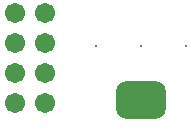
<source format=gbs>
G04*
G04 #@! TF.GenerationSoftware,Altium Limited,Altium Designer,18.1.7 (191)*
G04*
G04 Layer_Color=16711935*
%FSLAX24Y24*%
%MOIN*%
G70*
G01*
G75*
%ADD12C,0.0080*%
%ADD13C,0.0671*%
G04:AMPARAMS|DCode=18|XSize=165.5mil|YSize=126.1mil|CornerRadius=33.5mil|HoleSize=0mil|Usage=FLASHONLY|Rotation=0.000|XOffset=0mil|YOffset=0mil|HoleType=Round|Shape=RoundedRectangle|*
%AMROUNDEDRECTD18*
21,1,0.1655,0.0591,0,0,0.0*
21,1,0.0984,0.1261,0,0,0.0*
1,1,0.0671,0.0492,-0.0295*
1,1,0.0671,-0.0492,-0.0295*
1,1,0.0671,-0.0492,0.0295*
1,1,0.0671,0.0492,0.0295*
%
%ADD18ROUNDEDRECTD18*%
D12*
X5000Y2700D02*
D03*
X6500D02*
D03*
X3500D02*
D03*
D13*
X800Y800D02*
D03*
Y1800D02*
D03*
Y2800D02*
D03*
Y3800D02*
D03*
X1800D02*
D03*
Y2800D02*
D03*
Y1800D02*
D03*
Y800D02*
D03*
D18*
X5000Y900D02*
D03*
M02*

</source>
